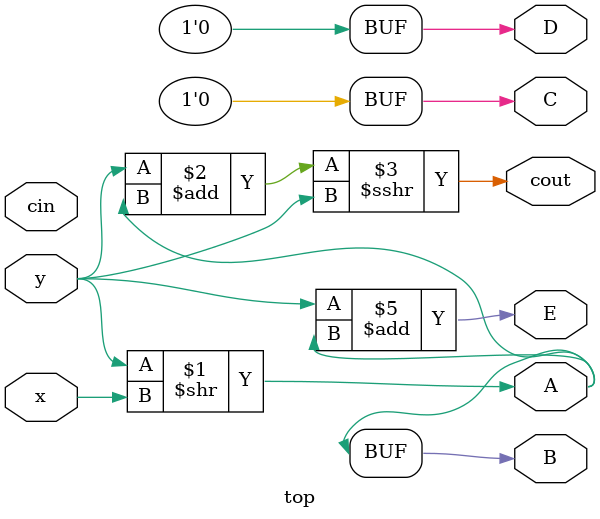
<source format=v>
module top
(
 input signed x,
 input signed y,
 input signed cin,

 output signed A,
 output signed cout,
 output signed B,C,
 output signed D,E
 );


assign A =  y >> x;
assign cout =  y + A >>> y;
assign D =  y >> 2;
assign E =  y + A >>> 2;
assign {B,C} =  {cout,A} << 1;

endmodule

</source>
